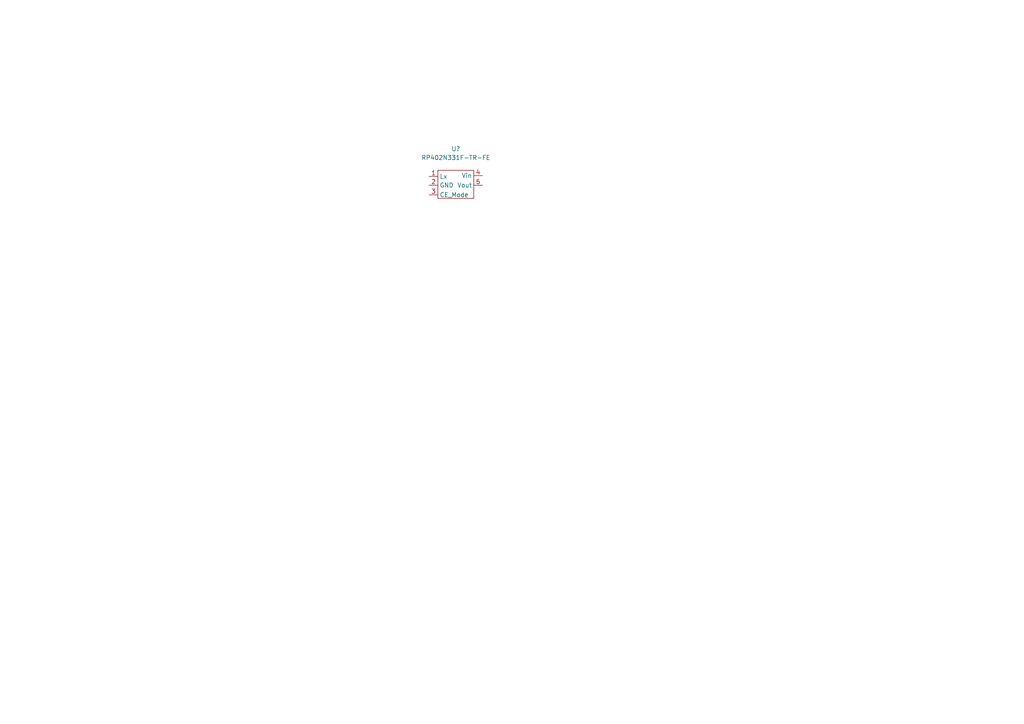
<source format=kicad_sch>
(kicad_sch (version 20211123) (generator eeschema)

  (uuid e63e39d7-6ac0-4ffd-8aa3-1841a4541b55)

  (paper "A4")

  (lib_symbols
    (symbol "power:RP402N331F-TR-FE" (in_bom yes) (on_board yes)
      (property "Reference" "U" (id 0) (at -0.762 -1.524 0)
        (effects (font (size 1.27 1.27)))
      )
      (property "Value" "RP402N331F-TR-FE" (id 1) (at -0.508 -11.938 0)
        (effects (font (size 1.27 1.27)))
      )
      (property "Footprint" "" (id 2) (at 0 0 0)
        (effects (font (size 1.27 1.27)) hide)
      )
      (property "Datasheet" "" (id 3) (at 0 0 0)
        (effects (font (size 1.27 1.27)) hide)
      )
      (symbol "RP402N331F-TR-FE_0_1"
        (rectangle (start -6.35 -2.54) (end 4.064 -10.668)
          (stroke (width 0) (type default) (color 0 0 0 0))
          (fill (type none))
        )
        (rectangle (start -3.81 -2.032) (end -3.81 -2.032)
          (stroke (width 0) (type default) (color 0 0 0 0))
          (fill (type none))
        )
      )
      (symbol "RP402N331F-TR-FE_1_1"
        (pin input line (at -8.89 -4.318 0) (length 2.54)
          (name "Lx" (effects (font (size 1.27 1.27))))
          (number "1" (effects (font (size 1.27 1.27))))
        )
        (pin input line (at -8.89 -6.858 0) (length 2.54)
          (name "GND" (effects (font (size 1.27 1.27))))
          (number "2" (effects (font (size 1.27 1.27))))
        )
        (pin input line (at -8.89 -9.652 0) (length 2.54)
          (name "CE_Mode" (effects (font (size 1.27 1.27))))
          (number "3" (effects (font (size 1.27 1.27))))
        )
        (pin input line (at 6.604 -4.064 180) (length 2.54)
          (name "Vin" (effects (font (size 1.27 1.27))))
          (number "4" (effects (font (size 1.27 1.27))))
        )
        (pin input line (at 6.604 -6.858 180) (length 2.54)
          (name "Vout" (effects (font (size 1.27 1.27))))
          (number "5" (effects (font (size 1.27 1.27))))
        )
      )
    )
  )


  (symbol (lib_id "power:RP402N331F-TR-FE") (at 133.35 46.863 0) (unit 1)
    (in_bom yes) (on_board yes) (fields_autoplaced)
    (uuid f9c95c87-af03-4772-9c97-89d4741d3d24)
    (property "Reference" "U?" (id 0) (at 132.207 43.18 0))
    (property "Value" "RP402N331F-TR-FE" (id 1) (at 132.207 45.72 0))
    (property "Footprint" "Module:RP402N331F-TR-FE" (id 2) (at 133.35 46.863 0)
      (effects (font (size 1.27 1.27)) hide)
    )
    (property "Datasheet" "" (id 3) (at 133.35 46.863 0)
      (effects (font (size 1.27 1.27)) hide)
    )
    (pin "1" (uuid 29f60303-683d-4e5b-bd57-9bab25de1955))
    (pin "2" (uuid 8e795f2c-bfc1-43eb-81ab-2f78f87bf3b4))
    (pin "3" (uuid 997fccfa-5286-4e93-a21e-a8fc2525ae4e))
    (pin "4" (uuid 13c2785c-10db-4508-a4db-683298539e15))
    (pin "5" (uuid 47428398-df3d-4316-aac4-e216c75c9451))
  )

  (sheet_instances
    (path "/" (page "1"))
  )

  (symbol_instances
    (path "/f9c95c87-af03-4772-9c97-89d4741d3d24"
      (reference "U?") (unit 1) (value "RP402N331F-TR-FE") (footprint "Module:RP402N331F-TR-FE")
    )
  )
)

</source>
